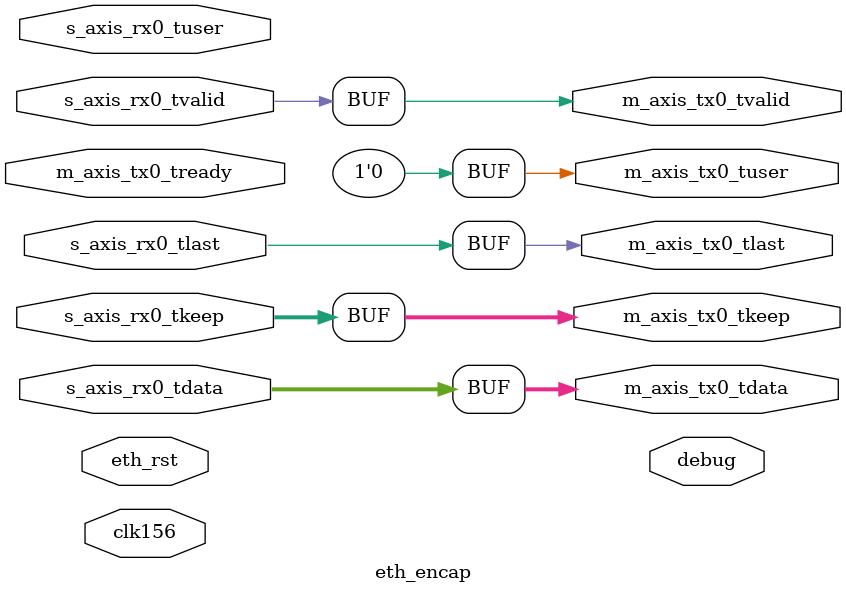
<source format=v>
module eth_encap (
	input  wire        clk156,
	input  wire        eth_rst,
	output wire [ 7:0] debug,

	input  wire        s_axis_rx0_tvalid,
	input  wire [63:0] s_axis_rx0_tdata,
	input  wire [ 7:0] s_axis_rx0_tkeep,
	input  wire        s_axis_rx0_tlast,
	input  wire        s_axis_rx0_tuser,

	input  wire        m_axis_tx0_tready,
	output wire        m_axis_tx0_tvalid,
	output wire [63:0] m_axis_tx0_tdata,
	output wire [ 7:0] m_axis_tx0_tkeep,
	output wire        m_axis_tx0_tlast,
	output wire        m_axis_tx0_tuser
);



assign m_axis_tx0_tvalid = s_axis_rx0_tvalid;
assign m_axis_tx0_tdata  = s_axis_rx0_tdata;
assign m_axis_tx0_tkeep  = s_axis_rx0_tkeep;
assign m_axis_tx0_tlast  = s_axis_rx0_tlast;
assign m_axis_tx0_tuser  = 1'b0;

endmodule


</source>
